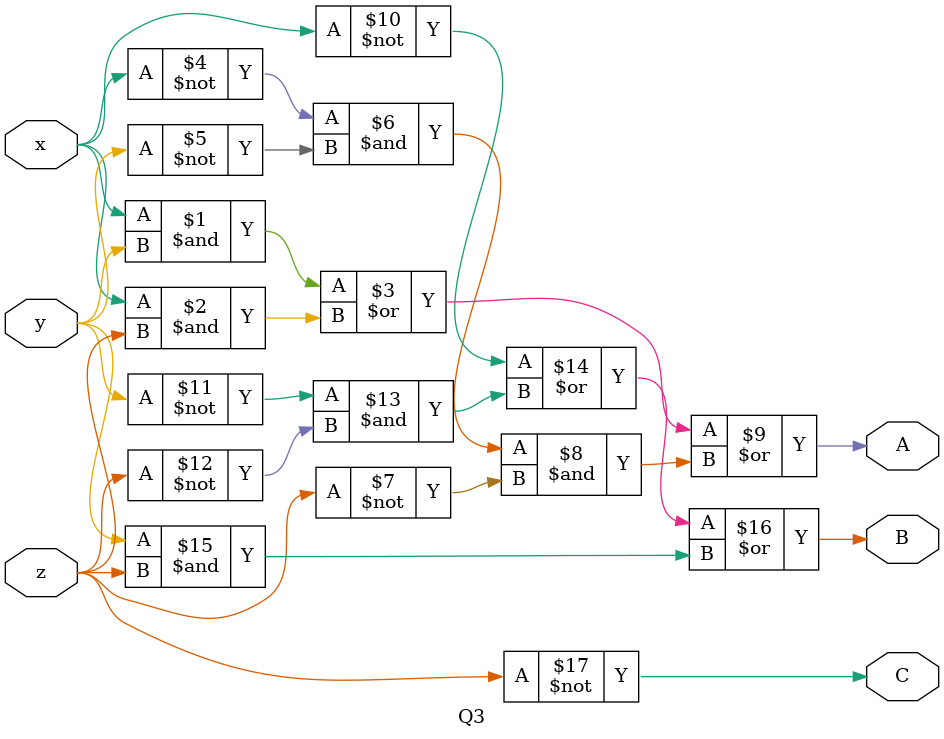
<source format=v>
module Q3(A,B,C,x,y,z);
  input x,y,z;
  output A,B,C;
  assign A=x&y | x&z | ~x&~y&~z;
  assign B=~x | ~y&~z | y&z;
  assign C= ~z;
endmodule



</source>
